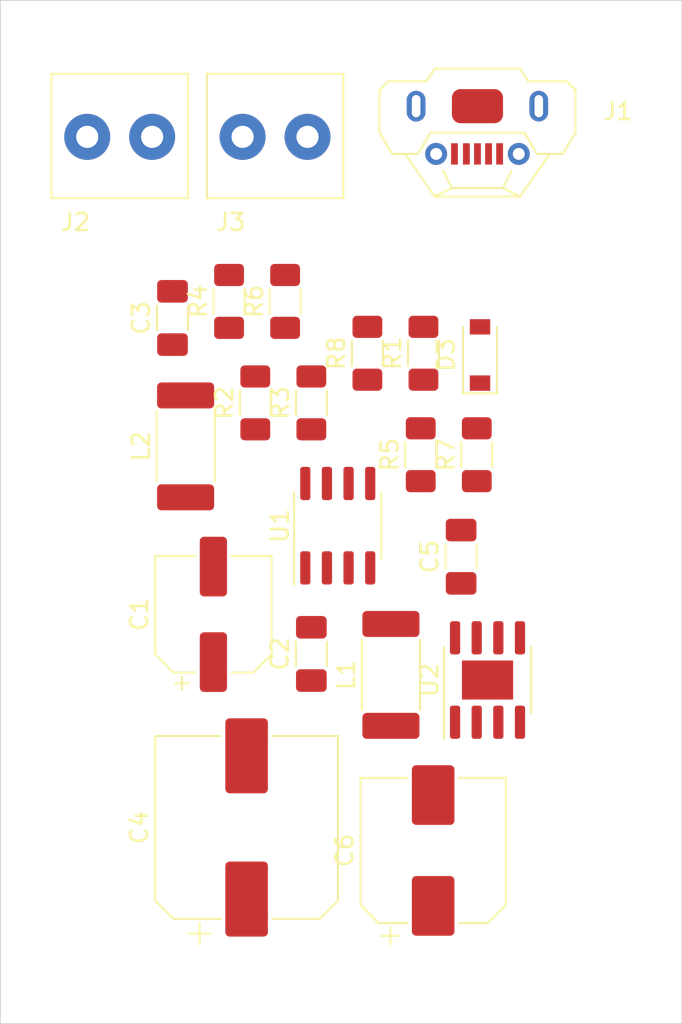
<source format=kicad_pcb>
(kicad_pcb (version 20171130) (host pcbnew "(5.1.7)-1")

  (general
    (thickness 1.6)
    (drawings 4)
    (tracks 0)
    (zones 0)
    (modules 22)
    (nets 21)
  )

  (page A4)
  (layers
    (0 F.Cu signal)
    (31 B.Cu signal)
    (32 B.Adhes user)
    (33 F.Adhes user)
    (34 B.Paste user)
    (35 F.Paste user)
    (36 B.SilkS user)
    (37 F.SilkS user)
    (38 B.Mask user)
    (39 F.Mask user)
    (40 Dwgs.User user)
    (41 Cmts.User user)
    (42 Eco1.User user)
    (43 Eco2.User user)
    (44 Edge.Cuts user)
    (45 Margin user)
    (46 B.CrtYd user)
    (47 F.CrtYd user)
    (48 B.Fab user)
    (49 F.Fab user)
  )

  (setup
    (last_trace_width 0.25)
    (trace_clearance 0.2)
    (zone_clearance 0.508)
    (zone_45_only no)
    (trace_min 0.2)
    (via_size 0.8)
    (via_drill 0.4)
    (via_min_size 0.4)
    (via_min_drill 0.3)
    (uvia_size 0.3)
    (uvia_drill 0.1)
    (uvias_allowed no)
    (uvia_min_size 0.2)
    (uvia_min_drill 0.1)
    (edge_width 0.05)
    (segment_width 0.2)
    (pcb_text_width 0.3)
    (pcb_text_size 1.5 1.5)
    (mod_edge_width 0.12)
    (mod_text_size 1 1)
    (mod_text_width 0.15)
    (pad_size 1.524 1.524)
    (pad_drill 0.762)
    (pad_to_mask_clearance 0)
    (aux_axis_origin 0 0)
    (visible_elements FEFBFF7F)
    (pcbplotparams
      (layerselection 0x010fc_ffffffff)
      (usegerberextensions false)
      (usegerberattributes true)
      (usegerberadvancedattributes true)
      (creategerberjobfile true)
      (excludeedgelayer true)
      (linewidth 0.100000)
      (plotframeref false)
      (viasonmask false)
      (mode 1)
      (useauxorigin false)
      (hpglpennumber 1)
      (hpglpenspeed 20)
      (hpglpendiameter 15.000000)
      (psnegative false)
      (psa4output false)
      (plotreference true)
      (plotvalue true)
      (plotinvisibletext false)
      (padsonsilk false)
      (subtractmaskfromsilk false)
      (outputformat 1)
      (mirror false)
      (drillshape 1)
      (scaleselection 1)
      (outputdirectory ""))
  )

  (net 0 "")
  (net 1 GND)
  (net 2 VCC)
  (net 3 +5V)
  (net 4 "Net-(C3-Pad1)")
  (net 5 "Net-(C4-Pad1)")
  (net 6 VBATT)
  (net 7 +12V)
  (net 8 "Net-(D3-Pad2)")
  (net 9 "Net-(L1-Pad1)")
  (net 10 "Net-(F2-Pad2)")
  (net 11 "Net-(D1-Pad2)")
  (net 12 "Net-(R4-Pad1)")
  (net 13 "Net-(R5-Pad2)")
  (net 14 "Net-(D2-Pad2)")
  (net 15 "Net-(R8-Pad2)")
  (net 16 "Net-(D2-Pad1)")
  (net 17 "Net-(D1-Pad1)")
  (net 18 "Net-(J1-Pad4)")
  (net 19 "Net-(J1-Pad3)")
  (net 20 "Net-(J1-Pad2)")

  (net_class Default "This is the default net class."
    (clearance 0.2)
    (trace_width 0.25)
    (via_dia 0.8)
    (via_drill 0.4)
    (uvia_dia 0.3)
    (uvia_drill 0.1)
    (add_net +12V)
    (add_net +5V)
    (add_net GND)
    (add_net "Net-(C3-Pad1)")
    (add_net "Net-(C4-Pad1)")
    (add_net "Net-(D1-Pad1)")
    (add_net "Net-(D1-Pad2)")
    (add_net "Net-(D2-Pad1)")
    (add_net "Net-(D2-Pad2)")
    (add_net "Net-(D3-Pad2)")
    (add_net "Net-(F2-Pad2)")
    (add_net "Net-(J1-Pad2)")
    (add_net "Net-(J1-Pad3)")
    (add_net "Net-(J1-Pad4)")
    (add_net "Net-(L1-Pad1)")
    (add_net "Net-(R4-Pad1)")
    (add_net "Net-(R5-Pad2)")
    (add_net "Net-(R8-Pad2)")
    (add_net VBATT)
    (add_net VCC)
  )

  (module Fume_Extractor:U-F-M5DD-Y-L (layer F.Cu) (tedit 60809BF2) (tstamp 60811E45)
    (at 28 9)
    (path /6080708D)
    (fp_text reference J1 (at 8.25 -2.5) (layer F.SilkS)
      (effects (font (size 1 1) (thickness 0.15)))
    )
    (fp_text value USB_B_Micro (at 0 -8) (layer F.Fab)
      (effects (font (size 1 1) (thickness 0.15)))
    )
    (fp_line (start -3.6 -1.95) (end -5 -1.95) (layer F.Mask) (width 0.12))
    (fp_poly (pts (xy -5 -3.65) (xy -3.6 -3.65) (xy -3.6 -1.95) (xy -5 -1.95)) (layer F.Mask) (width 0.1))
    (fp_line (start -5 -1.95) (end -5 -3.65) (layer F.Mask) (width 0.12))
    (fp_line (start -3.6 -3.65) (end -5 -3.65) (layer F.Mask) (width 0.12))
    (fp_poly (pts (xy 5 -1.95) (xy 3.6 -1.95) (xy 3.6 -3.65) (xy 5 -3.65)) (layer F.Mask) (width 0.1))
    (fp_line (start 5 -3.65) (end 5 -1.95) (layer F.Mask) (width 0.12))
    (fp_line (start 3.6 -1.95) (end 5 -1.95) (layer F.Mask) (width 0.12))
    (fp_line (start 3.6 -3.65) (end 5 -3.65) (layer F.Mask) (width 0.12))
    (fp_line (start -2.5 -5.45) (end 2.5 -5.45) (layer Dwgs.User) (width 0.12))
    (fp_poly (pts (xy -3.9 -1.9) (xy -5.05 -1.9) (xy -5.05 -3.7) (xy -3.9 -3.7)) (layer F.Paste) (width 0.1))
    (fp_poly (pts (xy 3.9 -3.65) (xy 5 -3.65) (xy 5 -1.9) (xy 3.9 -1.9)) (layer F.Paste) (width 0.1))
    (fp_line (start 3 -4.25) (end 5.25 -4.25) (layer F.SilkS) (width 0.12))
    (fp_line (start 5.25 -4.25) (end 5.75 -3.75) (layer F.SilkS) (width 0.12))
    (fp_line (start 5.75 -3.75) (end 5.75 -1.25) (layer F.SilkS) (width 0.12))
    (fp_line (start 5 0) (end 3.5 0) (layer F.SilkS) (width 0.12))
    (fp_line (start 5.75 -1.25) (end 5 0) (layer F.SilkS) (width 0.12))
    (fp_line (start 2.75 -1.25) (end 0 -1.25) (layer F.SilkS) (width 0.12))
    (fp_line (start 2.5 -5) (end 3 -4.25) (layer F.SilkS) (width 0.12))
    (fp_line (start 0 -5) (end 2.5 -5) (layer F.SilkS) (width 0.12))
    (fp_line (start 3.5 0) (end 2.75 -1.25) (layer F.SilkS) (width 0.12))
    (fp_line (start 0 -5) (end -2.5 -5) (layer F.SilkS) (width 0.12))
    (fp_line (start -2.5 -5) (end -3 -4.25) (layer F.SilkS) (width 0.12))
    (fp_line (start -3 -4.25) (end -5.25 -4.25) (layer F.SilkS) (width 0.12))
    (fp_line (start -5.25 -4.25) (end -5.75 -3.75) (layer F.SilkS) (width 0.12))
    (fp_line (start -5.75 -3.75) (end -5.75 -1.25) (layer F.SilkS) (width 0.12))
    (fp_line (start -5.75 -1.25) (end -5 0) (layer F.SilkS) (width 0.12))
    (fp_line (start -5 0) (end -3.5 0) (layer F.SilkS) (width 0.12))
    (fp_line (start -3.5 0) (end -2.75 -1.25) (layer F.SilkS) (width 0.12))
    (fp_line (start -2.75 -1.25) (end 0 -1.25) (layer F.SilkS) (width 0.12))
    (fp_line (start -4.25 0) (end -2.5 2.5) (layer F.SilkS) (width 0.12))
    (fp_line (start -2.5 2.5) (end 2.5 2.5) (layer F.SilkS) (width 0.12))
    (fp_line (start 2.5 2.5) (end 4.25 0) (layer F.SilkS) (width 0.12))
    (fp_line (start -2.5 2.5) (end -1.5 2) (layer F.SilkS) (width 0.12))
    (fp_line (start -1.5 2) (end 0 2) (layer F.SilkS) (width 0.12))
    (fp_line (start 0 2) (end 1.5 2) (layer F.SilkS) (width 0.12))
    (fp_line (start 1.5 2) (end 2.5 2.5) (layer F.SilkS) (width 0.12))
    (fp_line (start 1.5 2) (end 2 1) (layer F.SilkS) (width 0.12))
    (fp_line (start -1.5 2) (end -2 1) (layer F.SilkS) (width 0.12))
    (pad 6 thru_hole oval (at -3.6 -2.8) (size 1.1 1.8) (drill oval 0.5 1.3) (layers *.Cu *.Mask)
      (net 1 GND))
    (pad 6 smd roundrect (at 0 -2.8 180) (size 3 2) (layers F.Cu F.Paste F.Mask) (roundrect_rratio 0.25)
      (net 1 GND))
    (pad 5 smd rect (at -1.35 0) (size 0.4 1.25) (layers F.Cu F.Paste F.Mask)
      (net 1 GND))
    (pad 4 smd rect (at -0.65 0) (size 0.4 1.25) (layers F.Cu F.Paste F.Mask)
      (net 18 "Net-(J1-Pad4)"))
    (pad 3 smd rect (at 0 0) (size 0.4 1.25) (layers F.Cu F.Paste F.Mask)
      (net 19 "Net-(J1-Pad3)"))
    (pad 2 smd rect (at 0.65 0) (size 0.4 1.25) (layers F.Cu F.Paste F.Mask)
      (net 20 "Net-(J1-Pad2)"))
    (pad 1 smd rect (at 1.3 0) (size 0.4 1.25) (layers F.Cu F.Paste F.Mask)
      (net 3 +5V))
    (pad 6 thru_hole circle (at -2.425 0) (size 1.29 1.29) (drill 0.7) (layers *.Cu *.Mask)
      (net 1 GND))
    (pad 6 thru_hole circle (at 2.425 0 180) (size 1.29 1.29) (drill 0.7) (layers *.Cu *.Mask)
      (net 1 GND))
    (pad 6 thru_hole oval (at -3.6 -2.8) (size 1.1 1.8) (drill oval 0.5 1.3) (layers *.Cu *.Mask)
      (net 1 GND))
    (pad 6 thru_hole oval (at 3.6 -2.8 180) (size 1.1 1.8) (drill oval 0.5 1.3) (layers *.Cu *.Mask)
      (net 1 GND))
    (model "${KIPRJMOD}/Libraries/Footprints/Fume_Extractor.pretty/STEP Files/U-F-M5DD-Y-L.step"
      (offset (xyz 0 2.6 1.2))
      (scale (xyz 1 1 1))
      (rotate (xyz -90 0 180))
    )
  )

  (module Fume_Extractor:WJ124-3.81-2P (layer F.Cu) (tedit 60809C01) (tstamp 608129A4)
    (at 16.12 8)
    (path /608C122A)
    (fp_text reference J3 (at -2.6 5) (layer F.SilkS)
      (effects (font (size 1 1) (thickness 0.15)))
    )
    (fp_text value Conn_01x02 (at -1.1 -5.2) (layer F.Fab)
      (effects (font (size 1 1) (thickness 0.15)))
    )
    (fp_line (start 0 3.6) (end 4 3.6) (layer F.SilkS) (width 0.12))
    (fp_line (start 0 3.6) (end -4 3.6) (layer F.SilkS) (width 0.12))
    (fp_line (start 4 3.6) (end 4 -3.7) (layer F.SilkS) (width 0.12))
    (fp_line (start -4 3.6) (end -4 -3.7) (layer F.SilkS) (width 0.12))
    (fp_line (start -4 -3.7) (end 4 -3.7) (layer F.SilkS) (width 0.12))
    (pad 1 thru_hole circle (at -1.905 0) (size 2.7 2.7) (drill 1.3) (layers *.Cu *.Mask)
      (net 7 +12V))
    (pad 2 thru_hole circle (at 1.905 0 180) (size 2.7 2.7) (drill 1.3) (layers *.Cu *.Mask)
      (net 1 GND))
    (model "${KIPRJMOD}/Libraries/Footprints/Fume_Extractor.pretty/STEP Files/WJ124-3.81-2P.step"
      (at (xyz 0 0 0))
      (scale (xyz 1 1 1))
      (rotate (xyz 0 0 180))
    )
  )

  (module Fume_Extractor:WJ124-3.81-2P (layer F.Cu) (tedit 60809C01) (tstamp 60812999)
    (at 7 8)
    (path /608B1321)
    (fp_text reference J2 (at -2.6 5) (layer F.SilkS)
      (effects (font (size 1 1) (thickness 0.15)))
    )
    (fp_text value Conn_01x02 (at -1.1 -5.2) (layer F.Fab)
      (effects (font (size 1 1) (thickness 0.15)))
    )
    (fp_line (start 0 3.6) (end 4 3.6) (layer F.SilkS) (width 0.12))
    (fp_line (start 0 3.6) (end -4 3.6) (layer F.SilkS) (width 0.12))
    (fp_line (start 4 3.6) (end 4 -3.7) (layer F.SilkS) (width 0.12))
    (fp_line (start -4 3.6) (end -4 -3.7) (layer F.SilkS) (width 0.12))
    (fp_line (start -4 -3.7) (end 4 -3.7) (layer F.SilkS) (width 0.12))
    (pad 1 thru_hole circle (at -1.905 0) (size 2.7 2.7) (drill 1.3) (layers *.Cu *.Mask)
      (net 6 VBATT))
    (pad 2 thru_hole circle (at 1.905 0 180) (size 2.7 2.7) (drill 1.3) (layers *.Cu *.Mask)
      (net 1 GND))
    (model "${KIPRJMOD}/Libraries/Footprints/Fume_Extractor.pretty/STEP Files/WJ124-3.81-2P.step"
      (at (xyz 0 0 0))
      (scale (xyz 1 1 1))
      (rotate (xyz 0 0 180))
    )
  )

  (module Package_SO:SOIC-8-1EP_3.9x4.9mm_P1.27mm_EP2.29x3mm (layer F.Cu) (tedit 5DC5FE76) (tstamp 60812D67)
    (at 28.59 39.85 90)
    (descr "SOIC, 8 Pin (https://www.analog.com/media/en/technical-documentation/data-sheets/ada4898-1_4898-2.pdf#page=29), generated with kicad-footprint-generator ipc_gullwing_generator.py")
    (tags "SOIC SO")
    (path /608611EF)
    (attr smd)
    (fp_text reference U2 (at 0 -3.4 90) (layer F.SilkS)
      (effects (font (size 1 1) (thickness 0.15)))
    )
    (fp_text value TP4056 (at 0 3.4 90) (layer F.Fab)
      (effects (font (size 1 1) (thickness 0.15)))
    )
    (fp_text user %R (at 0 0 90) (layer F.Fab)
      (effects (font (size 0.98 0.98) (thickness 0.15)))
    )
    (fp_line (start 0 2.56) (end 1.95 2.56) (layer F.SilkS) (width 0.12))
    (fp_line (start 0 2.56) (end -1.95 2.56) (layer F.SilkS) (width 0.12))
    (fp_line (start 0 -2.56) (end 1.95 -2.56) (layer F.SilkS) (width 0.12))
    (fp_line (start 0 -2.56) (end -3.45 -2.56) (layer F.SilkS) (width 0.12))
    (fp_line (start -0.975 -2.45) (end 1.95 -2.45) (layer F.Fab) (width 0.1))
    (fp_line (start 1.95 -2.45) (end 1.95 2.45) (layer F.Fab) (width 0.1))
    (fp_line (start 1.95 2.45) (end -1.95 2.45) (layer F.Fab) (width 0.1))
    (fp_line (start -1.95 2.45) (end -1.95 -1.475) (layer F.Fab) (width 0.1))
    (fp_line (start -1.95 -1.475) (end -0.975 -2.45) (layer F.Fab) (width 0.1))
    (fp_line (start -3.7 -2.7) (end -3.7 2.7) (layer F.CrtYd) (width 0.05))
    (fp_line (start -3.7 2.7) (end 3.7 2.7) (layer F.CrtYd) (width 0.05))
    (fp_line (start 3.7 2.7) (end 3.7 -2.7) (layer F.CrtYd) (width 0.05))
    (fp_line (start 3.7 -2.7) (end -3.7 -2.7) (layer F.CrtYd) (width 0.05))
    (pad "" smd roundrect (at 0.57 0.75 90) (size 0.92 1.21) (layers F.Paste) (roundrect_rratio 0.25))
    (pad "" smd roundrect (at 0.57 -0.75 90) (size 0.92 1.21) (layers F.Paste) (roundrect_rratio 0.25))
    (pad "" smd roundrect (at -0.57 0.75 90) (size 0.92 1.21) (layers F.Paste) (roundrect_rratio 0.25))
    (pad "" smd roundrect (at -0.57 -0.75 90) (size 0.92 1.21) (layers F.Paste) (roundrect_rratio 0.25))
    (pad 9 smd rect (at 0 0 90) (size 2.29 3) (layers F.Cu F.Mask))
    (pad 8 smd roundrect (at 2.475 -1.905 90) (size 1.95 0.6) (layers F.Cu F.Paste F.Mask) (roundrect_rratio 0.25)
      (net 3 +5V))
    (pad 7 smd roundrect (at 2.475 -0.635 90) (size 1.95 0.6) (layers F.Cu F.Paste F.Mask) (roundrect_rratio 0.25)
      (net 16 "Net-(D2-Pad1)"))
    (pad 6 smd roundrect (at 2.475 0.635 90) (size 1.95 0.6) (layers F.Cu F.Paste F.Mask) (roundrect_rratio 0.25)
      (net 17 "Net-(D1-Pad1)"))
    (pad 5 smd roundrect (at 2.475 1.905 90) (size 1.95 0.6) (layers F.Cu F.Paste F.Mask) (roundrect_rratio 0.25)
      (net 6 VBATT))
    (pad 4 smd roundrect (at -2.475 1.905 90) (size 1.95 0.6) (layers F.Cu F.Paste F.Mask) (roundrect_rratio 0.25)
      (net 3 +5V))
    (pad 3 smd roundrect (at -2.475 0.635 90) (size 1.95 0.6) (layers F.Cu F.Paste F.Mask) (roundrect_rratio 0.25)
      (net 1 GND))
    (pad 2 smd roundrect (at -2.475 -0.635 90) (size 1.95 0.6) (layers F.Cu F.Paste F.Mask) (roundrect_rratio 0.25)
      (net 15 "Net-(R8-Pad2)"))
    (pad 1 smd roundrect (at -2.475 -1.905 90) (size 1.95 0.6) (layers F.Cu F.Paste F.Mask) (roundrect_rratio 0.25)
      (net 10 "Net-(F2-Pad2)"))
    (model ${KISYS3DMOD}/Package_SO.3dshapes/SOIC-8-1EP_3.9x4.9mm_P1.27mm_EP2.29x3mm.wrl
      (at (xyz 0 0 0))
      (scale (xyz 1 1 1))
      (rotate (xyz 0 0 0))
    )
  )

  (module Package_SO:SOIC-8_3.9x4.9mm_P1.27mm (layer F.Cu) (tedit 5D9F72B1) (tstamp 60812D17)
    (at 19.8 30.8 90)
    (descr "SOIC, 8 Pin (JEDEC MS-012AA, https://www.analog.com/media/en/package-pcb-resources/package/pkg_pdf/soic_narrow-r/r_8.pdf), generated with kicad-footprint-generator ipc_gullwing_generator.py")
    (tags "SOIC SO")
    (path /6080B4F8)
    (attr smd)
    (fp_text reference U1 (at 0 -3.4 90) (layer F.SilkS)
      (effects (font (size 1 1) (thickness 0.15)))
    )
    (fp_text value SP34063AEN (at 0 3.4 90) (layer F.Fab)
      (effects (font (size 1 1) (thickness 0.15)))
    )
    (fp_text user %R (at 0 0 90) (layer F.Fab)
      (effects (font (size 0.98 0.98) (thickness 0.15)))
    )
    (fp_line (start 0 2.56) (end 1.95 2.56) (layer F.SilkS) (width 0.12))
    (fp_line (start 0 2.56) (end -1.95 2.56) (layer F.SilkS) (width 0.12))
    (fp_line (start 0 -2.56) (end 1.95 -2.56) (layer F.SilkS) (width 0.12))
    (fp_line (start 0 -2.56) (end -3.45 -2.56) (layer F.SilkS) (width 0.12))
    (fp_line (start -0.975 -2.45) (end 1.95 -2.45) (layer F.Fab) (width 0.1))
    (fp_line (start 1.95 -2.45) (end 1.95 2.45) (layer F.Fab) (width 0.1))
    (fp_line (start 1.95 2.45) (end -1.95 2.45) (layer F.Fab) (width 0.1))
    (fp_line (start -1.95 2.45) (end -1.95 -1.475) (layer F.Fab) (width 0.1))
    (fp_line (start -1.95 -1.475) (end -0.975 -2.45) (layer F.Fab) (width 0.1))
    (fp_line (start -3.7 -2.7) (end -3.7 2.7) (layer F.CrtYd) (width 0.05))
    (fp_line (start -3.7 2.7) (end 3.7 2.7) (layer F.CrtYd) (width 0.05))
    (fp_line (start 3.7 2.7) (end 3.7 -2.7) (layer F.CrtYd) (width 0.05))
    (fp_line (start 3.7 -2.7) (end -3.7 -2.7) (layer F.CrtYd) (width 0.05))
    (pad 8 smd roundrect (at 2.475 -1.905 90) (size 1.95 0.6) (layers F.Cu F.Paste F.Mask) (roundrect_rratio 0.25)
      (net 12 "Net-(R4-Pad1)"))
    (pad 7 smd roundrect (at 2.475 -0.635 90) (size 1.95 0.6) (layers F.Cu F.Paste F.Mask) (roundrect_rratio 0.25)
      (net 9 "Net-(L1-Pad1)"))
    (pad 6 smd roundrect (at 2.475 0.635 90) (size 1.95 0.6) (layers F.Cu F.Paste F.Mask) (roundrect_rratio 0.25)
      (net 9 "Net-(L1-Pad1)"))
    (pad 5 smd roundrect (at 2.475 1.905 90) (size 1.95 0.6) (layers F.Cu F.Paste F.Mask) (roundrect_rratio 0.25)
      (net 13 "Net-(R5-Pad2)"))
    (pad 4 smd roundrect (at -2.475 1.905 90) (size 1.95 0.6) (layers F.Cu F.Paste F.Mask) (roundrect_rratio 0.25)
      (net 1 GND))
    (pad 3 smd roundrect (at -2.475 0.635 90) (size 1.95 0.6) (layers F.Cu F.Paste F.Mask) (roundrect_rratio 0.25)
      (net 4 "Net-(C3-Pad1)"))
    (pad 2 smd roundrect (at -2.475 -0.635 90) (size 1.95 0.6) (layers F.Cu F.Paste F.Mask) (roundrect_rratio 0.25)
      (net 1 GND))
    (pad 1 smd roundrect (at -2.475 -1.905 90) (size 1.95 0.6) (layers F.Cu F.Paste F.Mask) (roundrect_rratio 0.25)
      (net 8 "Net-(D3-Pad2)"))
    (model ${KISYS3DMOD}/Package_SO.3dshapes/SOIC-8_3.9x4.9mm_P1.27mm.wrl
      (at (xyz 0 0 0))
      (scale (xyz 1 1 1))
      (rotate (xyz 0 0 0))
    )
  )

  (module Resistor_SMD:R_1206_3216Metric_Pad1.30x1.75mm_HandSolder (layer F.Cu) (tedit 5F68FEEE) (tstamp 60812DE3)
    (at 21.54 20.69 90)
    (descr "Resistor SMD 1206 (3216 Metric), square (rectangular) end terminal, IPC_7351 nominal with elongated pad for handsoldering. (Body size source: IPC-SM-782 page 72, https://www.pcb-3d.com/wordpress/wp-content/uploads/ipc-sm-782a_amendment_1_and_2.pdf), generated with kicad-footprint-generator")
    (tags "resistor handsolder")
    (path /60866579)
    (attr smd)
    (fp_text reference R8 (at 0 -1.82 90) (layer F.SilkS)
      (effects (font (size 1 1) (thickness 0.15)))
    )
    (fp_text value RProg (at 0 1.82 90) (layer F.Fab)
      (effects (font (size 1 1) (thickness 0.15)))
    )
    (fp_text user %R (at 0 0 90) (layer F.Fab)
      (effects (font (size 0.8 0.8) (thickness 0.12)))
    )
    (fp_line (start -1.6 0.8) (end -1.6 -0.8) (layer F.Fab) (width 0.1))
    (fp_line (start -1.6 -0.8) (end 1.6 -0.8) (layer F.Fab) (width 0.1))
    (fp_line (start 1.6 -0.8) (end 1.6 0.8) (layer F.Fab) (width 0.1))
    (fp_line (start 1.6 0.8) (end -1.6 0.8) (layer F.Fab) (width 0.1))
    (fp_line (start -0.727064 -0.91) (end 0.727064 -0.91) (layer F.SilkS) (width 0.12))
    (fp_line (start -0.727064 0.91) (end 0.727064 0.91) (layer F.SilkS) (width 0.12))
    (fp_line (start -2.45 1.12) (end -2.45 -1.12) (layer F.CrtYd) (width 0.05))
    (fp_line (start -2.45 -1.12) (end 2.45 -1.12) (layer F.CrtYd) (width 0.05))
    (fp_line (start 2.45 -1.12) (end 2.45 1.12) (layer F.CrtYd) (width 0.05))
    (fp_line (start 2.45 1.12) (end -2.45 1.12) (layer F.CrtYd) (width 0.05))
    (pad 2 smd roundrect (at 1.55 0 90) (size 1.3 1.75) (layers F.Cu F.Paste F.Mask) (roundrect_rratio 0.192308)
      (net 15 "Net-(R8-Pad2)"))
    (pad 1 smd roundrect (at -1.55 0 90) (size 1.3 1.75) (layers F.Cu F.Paste F.Mask) (roundrect_rratio 0.192308)
      (net 1 GND))
    (model ${KISYS3DMOD}/Resistor_SMD.3dshapes/R_1206_3216Metric.wrl
      (at (xyz 0 0 0))
      (scale (xyz 1 1 1))
      (rotate (xyz 0 0 0))
    )
  )

  (module Resistor_SMD:R_1206_3216Metric_Pad1.30x1.75mm_HandSolder (layer F.Cu) (tedit 5F68FEEE) (tstamp 60812E88)
    (at 27.96 26.64 90)
    (descr "Resistor SMD 1206 (3216 Metric), square (rectangular) end terminal, IPC_7351 nominal with elongated pad for handsoldering. (Body size source: IPC-SM-782 page 72, https://www.pcb-3d.com/wordpress/wp-content/uploads/ipc-sm-782a_amendment_1_and_2.pdf), generated with kicad-footprint-generator")
    (tags "resistor handsolder")
    (path /608288FD)
    (attr smd)
    (fp_text reference R7 (at 0 -1.82 90) (layer F.SilkS)
      (effects (font (size 1 1) (thickness 0.15)))
    )
    (fp_text value R1 (at 0 1.82 90) (layer F.Fab)
      (effects (font (size 1 1) (thickness 0.15)))
    )
    (fp_text user %R (at 0 0 90) (layer F.Fab)
      (effects (font (size 0.8 0.8) (thickness 0.12)))
    )
    (fp_line (start -1.6 0.8) (end -1.6 -0.8) (layer F.Fab) (width 0.1))
    (fp_line (start -1.6 -0.8) (end 1.6 -0.8) (layer F.Fab) (width 0.1))
    (fp_line (start 1.6 -0.8) (end 1.6 0.8) (layer F.Fab) (width 0.1))
    (fp_line (start 1.6 0.8) (end -1.6 0.8) (layer F.Fab) (width 0.1))
    (fp_line (start -0.727064 -0.91) (end 0.727064 -0.91) (layer F.SilkS) (width 0.12))
    (fp_line (start -0.727064 0.91) (end 0.727064 0.91) (layer F.SilkS) (width 0.12))
    (fp_line (start -2.45 1.12) (end -2.45 -1.12) (layer F.CrtYd) (width 0.05))
    (fp_line (start -2.45 -1.12) (end 2.45 -1.12) (layer F.CrtYd) (width 0.05))
    (fp_line (start 2.45 -1.12) (end 2.45 1.12) (layer F.CrtYd) (width 0.05))
    (fp_line (start 2.45 1.12) (end -2.45 1.12) (layer F.CrtYd) (width 0.05))
    (pad 2 smd roundrect (at 1.55 0 90) (size 1.3 1.75) (layers F.Cu F.Paste F.Mask) (roundrect_rratio 0.192308)
      (net 13 "Net-(R5-Pad2)"))
    (pad 1 smd roundrect (at -1.55 0 90) (size 1.3 1.75) (layers F.Cu F.Paste F.Mask) (roundrect_rratio 0.192308)
      (net 5 "Net-(C4-Pad1)"))
    (model ${KISYS3DMOD}/Resistor_SMD.3dshapes/R_1206_3216Metric.wrl
      (at (xyz 0 0 0))
      (scale (xyz 1 1 1))
      (rotate (xyz 0 0 0))
    )
  )

  (module Resistor_SMD:R_1206_3216Metric_Pad1.30x1.75mm_HandSolder (layer F.Cu) (tedit 5F68FEEE) (tstamp 60812EB8)
    (at 16.71 17.65 90)
    (descr "Resistor SMD 1206 (3216 Metric), square (rectangular) end terminal, IPC_7351 nominal with elongated pad for handsoldering. (Body size source: IPC-SM-782 page 72, https://www.pcb-3d.com/wordpress/wp-content/uploads/ipc-sm-782a_amendment_1_and_2.pdf), generated with kicad-footprint-generator")
    (tags "resistor handsolder")
    (path /60874FC8)
    (attr smd)
    (fp_text reference R6 (at 0 -1.82 90) (layer F.SilkS)
      (effects (font (size 1 1) (thickness 0.15)))
    )
    (fp_text value 10k (at 0 1.82 90) (layer F.Fab)
      (effects (font (size 1 1) (thickness 0.15)))
    )
    (fp_text user %R (at 0 0 90) (layer F.Fab)
      (effects (font (size 0.8 0.8) (thickness 0.12)))
    )
    (fp_line (start -1.6 0.8) (end -1.6 -0.8) (layer F.Fab) (width 0.1))
    (fp_line (start -1.6 -0.8) (end 1.6 -0.8) (layer F.Fab) (width 0.1))
    (fp_line (start 1.6 -0.8) (end 1.6 0.8) (layer F.Fab) (width 0.1))
    (fp_line (start 1.6 0.8) (end -1.6 0.8) (layer F.Fab) (width 0.1))
    (fp_line (start -0.727064 -0.91) (end 0.727064 -0.91) (layer F.SilkS) (width 0.12))
    (fp_line (start -0.727064 0.91) (end 0.727064 0.91) (layer F.SilkS) (width 0.12))
    (fp_line (start -2.45 1.12) (end -2.45 -1.12) (layer F.CrtYd) (width 0.05))
    (fp_line (start -2.45 -1.12) (end 2.45 -1.12) (layer F.CrtYd) (width 0.05))
    (fp_line (start 2.45 -1.12) (end 2.45 1.12) (layer F.CrtYd) (width 0.05))
    (fp_line (start 2.45 1.12) (end -2.45 1.12) (layer F.CrtYd) (width 0.05))
    (pad 2 smd roundrect (at 1.55 0 90) (size 1.3 1.75) (layers F.Cu F.Paste F.Mask) (roundrect_rratio 0.192308)
      (net 3 +5V))
    (pad 1 smd roundrect (at -1.55 0 90) (size 1.3 1.75) (layers F.Cu F.Paste F.Mask) (roundrect_rratio 0.192308)
      (net 14 "Net-(D2-Pad2)"))
    (model ${KISYS3DMOD}/Resistor_SMD.3dshapes/R_1206_3216Metric.wrl
      (at (xyz 0 0 0))
      (scale (xyz 1 1 1))
      (rotate (xyz 0 0 0))
    )
  )

  (module Resistor_SMD:R_1206_3216Metric_Pad1.30x1.75mm_HandSolder (layer F.Cu) (tedit 5F68FEEE) (tstamp 60812EE8)
    (at 24.67 26.64 90)
    (descr "Resistor SMD 1206 (3216 Metric), square (rectangular) end terminal, IPC_7351 nominal with elongated pad for handsoldering. (Body size source: IPC-SM-782 page 72, https://www.pcb-3d.com/wordpress/wp-content/uploads/ipc-sm-782a_amendment_1_and_2.pdf), generated with kicad-footprint-generator")
    (tags "resistor handsolder")
    (path /6080F3F1)
    (attr smd)
    (fp_text reference R5 (at 0 -1.82 90) (layer F.SilkS)
      (effects (font (size 1 1) (thickness 0.15)))
    )
    (fp_text value R2 (at 0 1.82 90) (layer F.Fab)
      (effects (font (size 1 1) (thickness 0.15)))
    )
    (fp_text user %R (at 0 0 90) (layer F.Fab)
      (effects (font (size 0.8 0.8) (thickness 0.12)))
    )
    (fp_line (start -1.6 0.8) (end -1.6 -0.8) (layer F.Fab) (width 0.1))
    (fp_line (start -1.6 -0.8) (end 1.6 -0.8) (layer F.Fab) (width 0.1))
    (fp_line (start 1.6 -0.8) (end 1.6 0.8) (layer F.Fab) (width 0.1))
    (fp_line (start 1.6 0.8) (end -1.6 0.8) (layer F.Fab) (width 0.1))
    (fp_line (start -0.727064 -0.91) (end 0.727064 -0.91) (layer F.SilkS) (width 0.12))
    (fp_line (start -0.727064 0.91) (end 0.727064 0.91) (layer F.SilkS) (width 0.12))
    (fp_line (start -2.45 1.12) (end -2.45 -1.12) (layer F.CrtYd) (width 0.05))
    (fp_line (start -2.45 -1.12) (end 2.45 -1.12) (layer F.CrtYd) (width 0.05))
    (fp_line (start 2.45 -1.12) (end 2.45 1.12) (layer F.CrtYd) (width 0.05))
    (fp_line (start 2.45 1.12) (end -2.45 1.12) (layer F.CrtYd) (width 0.05))
    (pad 2 smd roundrect (at 1.55 0 90) (size 1.3 1.75) (layers F.Cu F.Paste F.Mask) (roundrect_rratio 0.192308)
      (net 13 "Net-(R5-Pad2)"))
    (pad 1 smd roundrect (at -1.55 0 90) (size 1.3 1.75) (layers F.Cu F.Paste F.Mask) (roundrect_rratio 0.192308)
      (net 1 GND))
    (model ${KISYS3DMOD}/Resistor_SMD.3dshapes/R_1206_3216Metric.wrl
      (at (xyz 0 0 0))
      (scale (xyz 1 1 1))
      (rotate (xyz 0 0 0))
    )
  )

  (module Resistor_SMD:R_1206_3216Metric_Pad1.30x1.75mm_HandSolder (layer F.Cu) (tedit 5F68FEEE) (tstamp 60812F18)
    (at 13.42 17.65 90)
    (descr "Resistor SMD 1206 (3216 Metric), square (rectangular) end terminal, IPC_7351 nominal with elongated pad for handsoldering. (Body size source: IPC-SM-782 page 72, https://www.pcb-3d.com/wordpress/wp-content/uploads/ipc-sm-782a_amendment_1_and_2.pdf), generated with kicad-footprint-generator")
    (tags "resistor handsolder")
    (path /6080C2D4)
    (attr smd)
    (fp_text reference R4 (at 0 -1.82 90) (layer F.SilkS)
      (effects (font (size 1 1) (thickness 0.15)))
    )
    (fp_text value 180R (at 0 1.82 90) (layer F.Fab)
      (effects (font (size 1 1) (thickness 0.15)))
    )
    (fp_text user %R (at 0 0 90) (layer F.Fab)
      (effects (font (size 0.8 0.8) (thickness 0.12)))
    )
    (fp_line (start -1.6 0.8) (end -1.6 -0.8) (layer F.Fab) (width 0.1))
    (fp_line (start -1.6 -0.8) (end 1.6 -0.8) (layer F.Fab) (width 0.1))
    (fp_line (start 1.6 -0.8) (end 1.6 0.8) (layer F.Fab) (width 0.1))
    (fp_line (start 1.6 0.8) (end -1.6 0.8) (layer F.Fab) (width 0.1))
    (fp_line (start -0.727064 -0.91) (end 0.727064 -0.91) (layer F.SilkS) (width 0.12))
    (fp_line (start -0.727064 0.91) (end 0.727064 0.91) (layer F.SilkS) (width 0.12))
    (fp_line (start -2.45 1.12) (end -2.45 -1.12) (layer F.CrtYd) (width 0.05))
    (fp_line (start -2.45 -1.12) (end 2.45 -1.12) (layer F.CrtYd) (width 0.05))
    (fp_line (start 2.45 -1.12) (end 2.45 1.12) (layer F.CrtYd) (width 0.05))
    (fp_line (start 2.45 1.12) (end -2.45 1.12) (layer F.CrtYd) (width 0.05))
    (pad 2 smd roundrect (at 1.55 0 90) (size 1.3 1.75) (layers F.Cu F.Paste F.Mask) (roundrect_rratio 0.192308)
      (net 9 "Net-(L1-Pad1)"))
    (pad 1 smd roundrect (at -1.55 0 90) (size 1.3 1.75) (layers F.Cu F.Paste F.Mask) (roundrect_rratio 0.192308)
      (net 12 "Net-(R4-Pad1)"))
    (model ${KISYS3DMOD}/Resistor_SMD.3dshapes/R_1206_3216Metric.wrl
      (at (xyz 0 0 0))
      (scale (xyz 1 1 1))
      (rotate (xyz 0 0 0))
    )
  )

  (module Resistor_SMD:R_1206_3216Metric_Pad1.30x1.75mm_HandSolder (layer F.Cu) (tedit 5F68FEEE) (tstamp 60812F48)
    (at 18.25 23.6 90)
    (descr "Resistor SMD 1206 (3216 Metric), square (rectangular) end terminal, IPC_7351 nominal with elongated pad for handsoldering. (Body size source: IPC-SM-782 page 72, https://www.pcb-3d.com/wordpress/wp-content/uploads/ipc-sm-782a_amendment_1_and_2.pdf), generated with kicad-footprint-generator")
    (tags "resistor handsolder")
    (path /60875424)
    (attr smd)
    (fp_text reference R3 (at 0 -1.82 90) (layer F.SilkS)
      (effects (font (size 1 1) (thickness 0.15)))
    )
    (fp_text value 10k (at 0 1.82 90) (layer F.Fab)
      (effects (font (size 1 1) (thickness 0.15)))
    )
    (fp_text user %R (at 0 0 90) (layer F.Fab)
      (effects (font (size 0.8 0.8) (thickness 0.12)))
    )
    (fp_line (start -1.6 0.8) (end -1.6 -0.8) (layer F.Fab) (width 0.1))
    (fp_line (start -1.6 -0.8) (end 1.6 -0.8) (layer F.Fab) (width 0.1))
    (fp_line (start 1.6 -0.8) (end 1.6 0.8) (layer F.Fab) (width 0.1))
    (fp_line (start 1.6 0.8) (end -1.6 0.8) (layer F.Fab) (width 0.1))
    (fp_line (start -0.727064 -0.91) (end 0.727064 -0.91) (layer F.SilkS) (width 0.12))
    (fp_line (start -0.727064 0.91) (end 0.727064 0.91) (layer F.SilkS) (width 0.12))
    (fp_line (start -2.45 1.12) (end -2.45 -1.12) (layer F.CrtYd) (width 0.05))
    (fp_line (start -2.45 -1.12) (end 2.45 -1.12) (layer F.CrtYd) (width 0.05))
    (fp_line (start 2.45 -1.12) (end 2.45 1.12) (layer F.CrtYd) (width 0.05))
    (fp_line (start 2.45 1.12) (end -2.45 1.12) (layer F.CrtYd) (width 0.05))
    (pad 2 smd roundrect (at 1.55 0 90) (size 1.3 1.75) (layers F.Cu F.Paste F.Mask) (roundrect_rratio 0.192308)
      (net 3 +5V))
    (pad 1 smd roundrect (at -1.55 0 90) (size 1.3 1.75) (layers F.Cu F.Paste F.Mask) (roundrect_rratio 0.192308)
      (net 11 "Net-(D1-Pad2)"))
    (model ${KISYS3DMOD}/Resistor_SMD.3dshapes/R_1206_3216Metric.wrl
      (at (xyz 0 0 0))
      (scale (xyz 1 1 1))
      (rotate (xyz 0 0 0))
    )
  )

  (module Resistor_SMD:R_1206_3216Metric_Pad1.30x1.75mm_HandSolder (layer F.Cu) (tedit 5F68FEEE) (tstamp 60812FED)
    (at 14.96 23.6 90)
    (descr "Resistor SMD 1206 (3216 Metric), square (rectangular) end terminal, IPC_7351 nominal with elongated pad for handsoldering. (Body size source: IPC-SM-782 page 72, https://www.pcb-3d.com/wordpress/wp-content/uploads/ipc-sm-782a_amendment_1_and_2.pdf), generated with kicad-footprint-generator")
    (tags "resistor handsolder")
    (path /60840782)
    (attr smd)
    (fp_text reference R2 (at 0 -1.82 90) (layer F.SilkS)
      (effects (font (size 1 1) (thickness 0.15)))
    )
    (fp_text value R2 (at 0 1.82 90) (layer F.Fab)
      (effects (font (size 1 1) (thickness 0.15)))
    )
    (fp_text user %R (at 0 0 90) (layer F.Fab)
      (effects (font (size 0.8 0.8) (thickness 0.12)))
    )
    (fp_line (start -1.6 0.8) (end -1.6 -0.8) (layer F.Fab) (width 0.1))
    (fp_line (start -1.6 -0.8) (end 1.6 -0.8) (layer F.Fab) (width 0.1))
    (fp_line (start 1.6 -0.8) (end 1.6 0.8) (layer F.Fab) (width 0.1))
    (fp_line (start 1.6 0.8) (end -1.6 0.8) (layer F.Fab) (width 0.1))
    (fp_line (start -0.727064 -0.91) (end 0.727064 -0.91) (layer F.SilkS) (width 0.12))
    (fp_line (start -0.727064 0.91) (end 0.727064 0.91) (layer F.SilkS) (width 0.12))
    (fp_line (start -2.45 1.12) (end -2.45 -1.12) (layer F.CrtYd) (width 0.05))
    (fp_line (start -2.45 -1.12) (end 2.45 -1.12) (layer F.CrtYd) (width 0.05))
    (fp_line (start 2.45 -1.12) (end 2.45 1.12) (layer F.CrtYd) (width 0.05))
    (fp_line (start 2.45 1.12) (end -2.45 1.12) (layer F.CrtYd) (width 0.05))
    (pad 2 smd roundrect (at 1.55 0 90) (size 1.3 1.75) (layers F.Cu F.Paste F.Mask) (roundrect_rratio 0.192308)
      (net 2 VCC))
    (pad 1 smd roundrect (at -1.55 0 90) (size 1.3 1.75) (layers F.Cu F.Paste F.Mask) (roundrect_rratio 0.192308)
      (net 9 "Net-(L1-Pad1)"))
    (model ${KISYS3DMOD}/Resistor_SMD.3dshapes/R_1206_3216Metric.wrl
      (at (xyz 0 0 0))
      (scale (xyz 1 1 1))
      (rotate (xyz 0 0 0))
    )
  )

  (module Resistor_SMD:R_1206_3216Metric_Pad1.30x1.75mm_HandSolder (layer F.Cu) (tedit 5F68FEEE) (tstamp 60812DB3)
    (at 24.83 20.69 90)
    (descr "Resistor SMD 1206 (3216 Metric), square (rectangular) end terminal, IPC_7351 nominal with elongated pad for handsoldering. (Body size source: IPC-SM-782 page 72, https://www.pcb-3d.com/wordpress/wp-content/uploads/ipc-sm-782a_amendment_1_and_2.pdf), generated with kicad-footprint-generator")
    (tags "resistor handsolder")
    (path /6088F66C)
    (attr smd)
    (fp_text reference R1 (at 0 -1.82 90) (layer F.SilkS)
      (effects (font (size 1 1) (thickness 0.15)))
    )
    (fp_text value R1 (at 0 1.82 90) (layer F.Fab)
      (effects (font (size 1 1) (thickness 0.15)))
    )
    (fp_text user %R (at 0 0 90) (layer F.Fab)
      (effects (font (size 0.8 0.8) (thickness 0.12)))
    )
    (fp_line (start -1.6 0.8) (end -1.6 -0.8) (layer F.Fab) (width 0.1))
    (fp_line (start -1.6 -0.8) (end 1.6 -0.8) (layer F.Fab) (width 0.1))
    (fp_line (start 1.6 -0.8) (end 1.6 0.8) (layer F.Fab) (width 0.1))
    (fp_line (start 1.6 0.8) (end -1.6 0.8) (layer F.Fab) (width 0.1))
    (fp_line (start -0.727064 -0.91) (end 0.727064 -0.91) (layer F.SilkS) (width 0.12))
    (fp_line (start -0.727064 0.91) (end 0.727064 0.91) (layer F.SilkS) (width 0.12))
    (fp_line (start -2.45 1.12) (end -2.45 -1.12) (layer F.CrtYd) (width 0.05))
    (fp_line (start -2.45 -1.12) (end 2.45 -1.12) (layer F.CrtYd) (width 0.05))
    (fp_line (start 2.45 -1.12) (end 2.45 1.12) (layer F.CrtYd) (width 0.05))
    (fp_line (start 2.45 1.12) (end -2.45 1.12) (layer F.CrtYd) (width 0.05))
    (pad 2 smd roundrect (at 1.55 0 90) (size 1.3 1.75) (layers F.Cu F.Paste F.Mask) (roundrect_rratio 0.192308)
      (net 3 +5V))
    (pad 1 smd roundrect (at -1.55 0 90) (size 1.3 1.75) (layers F.Cu F.Paste F.Mask) (roundrect_rratio 0.192308)
      (net 10 "Net-(F2-Pad2)"))
    (model ${KISYS3DMOD}/Resistor_SMD.3dshapes/R_1206_3216Metric.wrl
      (at (xyz 0 0 0))
      (scale (xyz 1 1 1))
      (rotate (xyz 0 0 0))
    )
  )

  (module Inductor_SMD:L_2512_6332Metric_Pad1.52x3.35mm_HandSolder (layer F.Cu) (tedit 5F68FEF0) (tstamp 6081301D)
    (at 10.87 26.15 90)
    (descr "Inductor SMD 2512 (6332 Metric), square (rectangular) end terminal, IPC_7351 nominal with elongated pad for handsoldering. (Body size source: http://www.tortai-tech.com/upload/download/2011102023233369053.pdf), generated with kicad-footprint-generator")
    (tags "inductor handsolder")
    (path /60817552)
    (attr smd)
    (fp_text reference L2 (at 0 -2.62 90) (layer F.SilkS)
      (effects (font (size 1 1) (thickness 0.15)))
    )
    (fp_text value "1uH ±20% 3.29A 59mΩ SMD,2.5x2x1.2mm" (at 0 2.62 90) (layer F.Fab)
      (effects (font (size 1 1) (thickness 0.15)))
    )
    (fp_text user %R (at 0 0 90) (layer F.Fab)
      (effects (font (size 1 1) (thickness 0.15)))
    )
    (fp_line (start -3.15 1.6) (end -3.15 -1.6) (layer F.Fab) (width 0.1))
    (fp_line (start -3.15 -1.6) (end 3.15 -1.6) (layer F.Fab) (width 0.1))
    (fp_line (start 3.15 -1.6) (end 3.15 1.6) (layer F.Fab) (width 0.1))
    (fp_line (start 3.15 1.6) (end -3.15 1.6) (layer F.Fab) (width 0.1))
    (fp_line (start -2.052064 -1.71) (end 2.052064 -1.71) (layer F.SilkS) (width 0.12))
    (fp_line (start -2.052064 1.71) (end 2.052064 1.71) (layer F.SilkS) (width 0.12))
    (fp_line (start -4 1.92) (end -4 -1.92) (layer F.CrtYd) (width 0.05))
    (fp_line (start -4 -1.92) (end 4 -1.92) (layer F.CrtYd) (width 0.05))
    (fp_line (start 4 -1.92) (end 4 1.92) (layer F.CrtYd) (width 0.05))
    (fp_line (start 4 1.92) (end -4 1.92) (layer F.CrtYd) (width 0.05))
    (pad 2 smd roundrect (at 2.9875 0 90) (size 1.525 3.35) (layers F.Cu F.Paste F.Mask) (roundrect_rratio 0.163934)
      (net 7 +12V))
    (pad 1 smd roundrect (at -2.9875 0 90) (size 1.525 3.35) (layers F.Cu F.Paste F.Mask) (roundrect_rratio 0.163934)
      (net 5 "Net-(C4-Pad1)"))
    (model ${KISYS3DMOD}/Inductor_SMD.3dshapes/L_2512_6332Metric.wrl
      (at (xyz 0 0 0))
      (scale (xyz 1 1 1))
      (rotate (xyz 0 0 0))
    )
  )

  (module Inductor_SMD:L_2512_6332Metric_Pad1.52x3.35mm_HandSolder (layer F.Cu) (tedit 5F68FEF0) (tstamp 6081304D)
    (at 22.92 39.55 90)
    (descr "Inductor SMD 2512 (6332 Metric), square (rectangular) end terminal, IPC_7351 nominal with elongated pad for handsoldering. (Body size source: http://www.tortai-tech.com/upload/download/2011102023233369053.pdf), generated with kicad-footprint-generator")
    (tags "inductor handsolder")
    (path /60838089)
    (attr smd)
    (fp_text reference L1 (at 0 -2.62 90) (layer F.SilkS)
      (effects (font (size 1 1) (thickness 0.15)))
    )
    (fp_text value "150uH ±10% 6*8 Radial Inductor" (at 0 2.62 90) (layer F.Fab)
      (effects (font (size 1 1) (thickness 0.15)))
    )
    (fp_text user %R (at 0 0 90) (layer F.Fab)
      (effects (font (size 1 1) (thickness 0.15)))
    )
    (fp_line (start -3.15 1.6) (end -3.15 -1.6) (layer F.Fab) (width 0.1))
    (fp_line (start -3.15 -1.6) (end 3.15 -1.6) (layer F.Fab) (width 0.1))
    (fp_line (start 3.15 -1.6) (end 3.15 1.6) (layer F.Fab) (width 0.1))
    (fp_line (start 3.15 1.6) (end -3.15 1.6) (layer F.Fab) (width 0.1))
    (fp_line (start -2.052064 -1.71) (end 2.052064 -1.71) (layer F.SilkS) (width 0.12))
    (fp_line (start -2.052064 1.71) (end 2.052064 1.71) (layer F.SilkS) (width 0.12))
    (fp_line (start -4 1.92) (end -4 -1.92) (layer F.CrtYd) (width 0.05))
    (fp_line (start -4 -1.92) (end 4 -1.92) (layer F.CrtYd) (width 0.05))
    (fp_line (start 4 -1.92) (end 4 1.92) (layer F.CrtYd) (width 0.05))
    (fp_line (start 4 1.92) (end -4 1.92) (layer F.CrtYd) (width 0.05))
    (pad 2 smd roundrect (at 2.9875 0 90) (size 1.525 3.35) (layers F.Cu F.Paste F.Mask) (roundrect_rratio 0.163934)
      (net 8 "Net-(D3-Pad2)"))
    (pad 1 smd roundrect (at -2.9875 0 90) (size 1.525 3.35) (layers F.Cu F.Paste F.Mask) (roundrect_rratio 0.163934)
      (net 9 "Net-(L1-Pad1)"))
    (model ${KISYS3DMOD}/Inductor_SMD.3dshapes/L_2512_6332Metric.wrl
      (at (xyz 0 0 0))
      (scale (xyz 1 1 1))
      (rotate (xyz 0 0 0))
    )
  )

  (module Diode_SMD:D_SOD-123 (layer F.Cu) (tedit 58645DC7) (tstamp 60813085)
    (at 28.15 20.79 90)
    (descr SOD-123)
    (tags SOD-123)
    (path /60813EF2)
    (attr smd)
    (fp_text reference D3 (at 0 -2 90) (layer F.SilkS)
      (effects (font (size 1 1) (thickness 0.15)))
    )
    (fp_text value "40V 1A 450mV @ 1A" (at 0 2.1 90) (layer F.Fab)
      (effects (font (size 1 1) (thickness 0.15)))
    )
    (fp_text user %R (at 0 -2 90) (layer F.Fab)
      (effects (font (size 1 1) (thickness 0.15)))
    )
    (fp_line (start -2.25 -1) (end -2.25 1) (layer F.SilkS) (width 0.12))
    (fp_line (start 0.25 0) (end 0.75 0) (layer F.Fab) (width 0.1))
    (fp_line (start 0.25 0.4) (end -0.35 0) (layer F.Fab) (width 0.1))
    (fp_line (start 0.25 -0.4) (end 0.25 0.4) (layer F.Fab) (width 0.1))
    (fp_line (start -0.35 0) (end 0.25 -0.4) (layer F.Fab) (width 0.1))
    (fp_line (start -0.35 0) (end -0.35 0.55) (layer F.Fab) (width 0.1))
    (fp_line (start -0.35 0) (end -0.35 -0.55) (layer F.Fab) (width 0.1))
    (fp_line (start -0.75 0) (end -0.35 0) (layer F.Fab) (width 0.1))
    (fp_line (start -1.4 0.9) (end -1.4 -0.9) (layer F.Fab) (width 0.1))
    (fp_line (start 1.4 0.9) (end -1.4 0.9) (layer F.Fab) (width 0.1))
    (fp_line (start 1.4 -0.9) (end 1.4 0.9) (layer F.Fab) (width 0.1))
    (fp_line (start -1.4 -0.9) (end 1.4 -0.9) (layer F.Fab) (width 0.1))
    (fp_line (start -2.35 -1.15) (end 2.35 -1.15) (layer F.CrtYd) (width 0.05))
    (fp_line (start 2.35 -1.15) (end 2.35 1.15) (layer F.CrtYd) (width 0.05))
    (fp_line (start 2.35 1.15) (end -2.35 1.15) (layer F.CrtYd) (width 0.05))
    (fp_line (start -2.35 -1.15) (end -2.35 1.15) (layer F.CrtYd) (width 0.05))
    (fp_line (start -2.25 1) (end 1.65 1) (layer F.SilkS) (width 0.12))
    (fp_line (start -2.25 -1) (end 1.65 -1) (layer F.SilkS) (width 0.12))
    (pad 2 smd rect (at 1.65 0 90) (size 0.9 1.2) (layers F.Cu F.Paste F.Mask)
      (net 8 "Net-(D3-Pad2)"))
    (pad 1 smd rect (at -1.65 0 90) (size 0.9 1.2) (layers F.Cu F.Paste F.Mask)
      (net 5 "Net-(C4-Pad1)"))
    (model ${KISYS3DMOD}/Diode_SMD.3dshapes/D_SOD-123.wrl
      (at (xyz 0 0 0))
      (scale (xyz 1 1 1))
      (rotate (xyz 0 0 0))
    )
  )

  (module Capacitor_SMD:CP_Elec_8x10 (layer F.Cu) (tedit 5BCA39D0) (tstamp 60812F8F)
    (at 25.4 49.845 90)
    (descr "SMD capacitor, aluminum electrolytic, Nichicon, 8.0x10mm")
    (tags "capacitor electrolytic")
    (path /60818C09)
    (attr smd)
    (fp_text reference C6 (at 0 -5.2 90) (layer F.SilkS)
      (effects (font (size 1 1) (thickness 0.15)))
    )
    (fp_text value "100uF ±20% 50V" (at 0 5.2 90) (layer F.Fab)
      (effects (font (size 1 1) (thickness 0.15)))
    )
    (fp_text user %R (at 0 0 90) (layer F.Fab)
      (effects (font (size 1 1) (thickness 0.15)))
    )
    (fp_circle (center 0 0) (end 4 0) (layer F.Fab) (width 0.1))
    (fp_line (start 4.15 -4.15) (end 4.15 4.15) (layer F.Fab) (width 0.1))
    (fp_line (start -3.15 -4.15) (end 4.15 -4.15) (layer F.Fab) (width 0.1))
    (fp_line (start -3.15 4.15) (end 4.15 4.15) (layer F.Fab) (width 0.1))
    (fp_line (start -4.15 -3.15) (end -4.15 3.15) (layer F.Fab) (width 0.1))
    (fp_line (start -4.15 -3.15) (end -3.15 -4.15) (layer F.Fab) (width 0.1))
    (fp_line (start -4.15 3.15) (end -3.15 4.15) (layer F.Fab) (width 0.1))
    (fp_line (start -3.562278 -1.5) (end -2.762278 -1.5) (layer F.Fab) (width 0.1))
    (fp_line (start -3.162278 -1.9) (end -3.162278 -1.1) (layer F.Fab) (width 0.1))
    (fp_line (start 4.26 4.26) (end 4.26 1.51) (layer F.SilkS) (width 0.12))
    (fp_line (start 4.26 -4.26) (end 4.26 -1.51) (layer F.SilkS) (width 0.12))
    (fp_line (start -3.195563 -4.26) (end 4.26 -4.26) (layer F.SilkS) (width 0.12))
    (fp_line (start -3.195563 4.26) (end 4.26 4.26) (layer F.SilkS) (width 0.12))
    (fp_line (start -4.26 3.195563) (end -4.26 1.51) (layer F.SilkS) (width 0.12))
    (fp_line (start -4.26 -3.195563) (end -4.26 -1.51) (layer F.SilkS) (width 0.12))
    (fp_line (start -4.26 -3.195563) (end -3.195563 -4.26) (layer F.SilkS) (width 0.12))
    (fp_line (start -4.26 3.195563) (end -3.195563 4.26) (layer F.SilkS) (width 0.12))
    (fp_line (start -5.5 -2.51) (end -4.5 -2.51) (layer F.SilkS) (width 0.12))
    (fp_line (start -5 -3.01) (end -5 -2.01) (layer F.SilkS) (width 0.12))
    (fp_line (start 4.4 -4.4) (end 4.4 -1.5) (layer F.CrtYd) (width 0.05))
    (fp_line (start 4.4 -1.5) (end 5.25 -1.5) (layer F.CrtYd) (width 0.05))
    (fp_line (start 5.25 -1.5) (end 5.25 1.5) (layer F.CrtYd) (width 0.05))
    (fp_line (start 5.25 1.5) (end 4.4 1.5) (layer F.CrtYd) (width 0.05))
    (fp_line (start 4.4 1.5) (end 4.4 4.4) (layer F.CrtYd) (width 0.05))
    (fp_line (start -3.25 4.4) (end 4.4 4.4) (layer F.CrtYd) (width 0.05))
    (fp_line (start -3.25 -4.4) (end 4.4 -4.4) (layer F.CrtYd) (width 0.05))
    (fp_line (start -4.4 3.25) (end -3.25 4.4) (layer F.CrtYd) (width 0.05))
    (fp_line (start -4.4 -3.25) (end -3.25 -4.4) (layer F.CrtYd) (width 0.05))
    (fp_line (start -4.4 -3.25) (end -4.4 -1.5) (layer F.CrtYd) (width 0.05))
    (fp_line (start -4.4 1.5) (end -4.4 3.25) (layer F.CrtYd) (width 0.05))
    (fp_line (start -4.4 -1.5) (end -5.25 -1.5) (layer F.CrtYd) (width 0.05))
    (fp_line (start -5.25 -1.5) (end -5.25 1.5) (layer F.CrtYd) (width 0.05))
    (fp_line (start -5.25 1.5) (end -4.4 1.5) (layer F.CrtYd) (width 0.05))
    (pad 2 smd roundrect (at 3.25 0 90) (size 3.5 2.5) (layers F.Cu F.Paste F.Mask) (roundrect_rratio 0.1)
      (net 1 GND))
    (pad 1 smd roundrect (at -3.25 0 90) (size 3.5 2.5) (layers F.Cu F.Paste F.Mask) (roundrect_rratio 0.1)
      (net 7 +12V))
    (model ${KISYS3DMOD}/Capacitor_SMD.3dshapes/CP_Elec_8x10.wrl
      (at (xyz 0 0 0))
      (scale (xyz 1 1 1))
      (rotate (xyz 0 0 0))
    )
  )

  (module Capacitor_SMD:C_1206_3216Metric_Pad1.33x1.80mm_HandSolder (layer F.Cu) (tedit 5F68FEEF) (tstamp 608130C5)
    (at 27.04 32.62 90)
    (descr "Capacitor SMD 1206 (3216 Metric), square (rectangular) end terminal, IPC_7351 nominal with elongated pad for handsoldering. (Body size source: IPC-SM-782 page 76, https://www.pcb-3d.com/wordpress/wp-content/uploads/ipc-sm-782a_amendment_1_and_2.pdf), generated with kicad-footprint-generator")
    (tags "capacitor handsolder")
    (path /6086C692)
    (attr smd)
    (fp_text reference C5 (at 0 -1.85 90) (layer F.SilkS)
      (effects (font (size 1 1) (thickness 0.15)))
    )
    (fp_text value 10uF (at 0 1.85 90) (layer F.Fab)
      (effects (font (size 1 1) (thickness 0.15)))
    )
    (fp_text user %R (at 0 0 90) (layer F.Fab)
      (effects (font (size 0.8 0.8) (thickness 0.12)))
    )
    (fp_line (start -1.6 0.8) (end -1.6 -0.8) (layer F.Fab) (width 0.1))
    (fp_line (start -1.6 -0.8) (end 1.6 -0.8) (layer F.Fab) (width 0.1))
    (fp_line (start 1.6 -0.8) (end 1.6 0.8) (layer F.Fab) (width 0.1))
    (fp_line (start 1.6 0.8) (end -1.6 0.8) (layer F.Fab) (width 0.1))
    (fp_line (start -0.711252 -0.91) (end 0.711252 -0.91) (layer F.SilkS) (width 0.12))
    (fp_line (start -0.711252 0.91) (end 0.711252 0.91) (layer F.SilkS) (width 0.12))
    (fp_line (start -2.48 1.15) (end -2.48 -1.15) (layer F.CrtYd) (width 0.05))
    (fp_line (start -2.48 -1.15) (end 2.48 -1.15) (layer F.CrtYd) (width 0.05))
    (fp_line (start 2.48 -1.15) (end 2.48 1.15) (layer F.CrtYd) (width 0.05))
    (fp_line (start 2.48 1.15) (end -2.48 1.15) (layer F.CrtYd) (width 0.05))
    (pad 2 smd roundrect (at 1.5625 0 90) (size 1.325 1.8) (layers F.Cu F.Paste F.Mask) (roundrect_rratio 0.188679)
      (net 1 GND))
    (pad 1 smd roundrect (at -1.5625 0 90) (size 1.325 1.8) (layers F.Cu F.Paste F.Mask) (roundrect_rratio 0.188679)
      (net 6 VBATT))
    (model ${KISYS3DMOD}/Capacitor_SMD.3dshapes/C_1206_3216Metric.wrl
      (at (xyz 0 0 0))
      (scale (xyz 1 1 1))
      (rotate (xyz 0 0 0))
    )
  )

  (module Capacitor_SMD:CP_Elec_10x12.5 (layer F.Cu) (tedit 5BCA39D1) (tstamp 60812E2A)
    (at 14.45 48.495 90)
    (descr "SMD capacitor, aluminum electrolytic, Vishay 1012, 10.0x12.5mm, http://www.vishay.com/docs/28395/150crz.pdf")
    (tags "capacitor electrolytic")
    (path /60815E42)
    (attr smd)
    (fp_text reference C4 (at 0 -6.3 90) (layer F.SilkS)
      (effects (font (size 1 1) (thickness 0.15)))
    )
    (fp_text value "330uF ±20% 50V" (at 0 6.3 90) (layer F.Fab)
      (effects (font (size 1 1) (thickness 0.15)))
    )
    (fp_text user %R (at 0 0 90) (layer F.Fab)
      (effects (font (size 1 1) (thickness 0.15)))
    )
    (fp_circle (center 0 0) (end 5 0) (layer F.Fab) (width 0.1))
    (fp_line (start 5.25 -5.25) (end 5.25 5.25) (layer F.Fab) (width 0.1))
    (fp_line (start -4.25 -5.25) (end 5.25 -5.25) (layer F.Fab) (width 0.1))
    (fp_line (start -4.25 5.25) (end 5.25 5.25) (layer F.Fab) (width 0.1))
    (fp_line (start -5.25 -4.25) (end -5.25 4.25) (layer F.Fab) (width 0.1))
    (fp_line (start -5.25 -4.25) (end -4.25 -5.25) (layer F.Fab) (width 0.1))
    (fp_line (start -5.25 4.25) (end -4.25 5.25) (layer F.Fab) (width 0.1))
    (fp_line (start -4.558325 -1.7) (end -3.558325 -1.7) (layer F.Fab) (width 0.1))
    (fp_line (start -4.058325 -2.2) (end -4.058325 -1.2) (layer F.Fab) (width 0.1))
    (fp_line (start 5.36 5.36) (end 5.36 1.51) (layer F.SilkS) (width 0.12))
    (fp_line (start 5.36 -5.36) (end 5.36 -1.51) (layer F.SilkS) (width 0.12))
    (fp_line (start -4.295563 -5.36) (end 5.36 -5.36) (layer F.SilkS) (width 0.12))
    (fp_line (start -4.295563 5.36) (end 5.36 5.36) (layer F.SilkS) (width 0.12))
    (fp_line (start -5.36 4.295563) (end -5.36 1.51) (layer F.SilkS) (width 0.12))
    (fp_line (start -5.36 -4.295563) (end -5.36 -1.51) (layer F.SilkS) (width 0.12))
    (fp_line (start -5.36 -4.295563) (end -4.295563 -5.36) (layer F.SilkS) (width 0.12))
    (fp_line (start -5.36 4.295563) (end -4.295563 5.36) (layer F.SilkS) (width 0.12))
    (fp_line (start -6.85 -2.76) (end -5.6 -2.76) (layer F.SilkS) (width 0.12))
    (fp_line (start -6.225 -3.385) (end -6.225 -2.135) (layer F.SilkS) (width 0.12))
    (fp_line (start 5.5 -5.5) (end 5.5 -1.5) (layer F.CrtYd) (width 0.05))
    (fp_line (start 5.5 -1.5) (end 6.65 -1.5) (layer F.CrtYd) (width 0.05))
    (fp_line (start 6.65 -1.5) (end 6.65 1.5) (layer F.CrtYd) (width 0.05))
    (fp_line (start 6.65 1.5) (end 5.5 1.5) (layer F.CrtYd) (width 0.05))
    (fp_line (start 5.5 1.5) (end 5.5 5.5) (layer F.CrtYd) (width 0.05))
    (fp_line (start -4.35 5.5) (end 5.5 5.5) (layer F.CrtYd) (width 0.05))
    (fp_line (start -4.35 -5.5) (end 5.5 -5.5) (layer F.CrtYd) (width 0.05))
    (fp_line (start -5.5 4.35) (end -4.35 5.5) (layer F.CrtYd) (width 0.05))
    (fp_line (start -5.5 -4.35) (end -4.35 -5.5) (layer F.CrtYd) (width 0.05))
    (fp_line (start -5.5 -4.35) (end -5.5 -1.5) (layer F.CrtYd) (width 0.05))
    (fp_line (start -5.5 1.5) (end -5.5 4.35) (layer F.CrtYd) (width 0.05))
    (fp_line (start -5.5 -1.5) (end -6.65 -1.5) (layer F.CrtYd) (width 0.05))
    (fp_line (start -6.65 -1.5) (end -6.65 1.5) (layer F.CrtYd) (width 0.05))
    (fp_line (start -6.65 1.5) (end -5.5 1.5) (layer F.CrtYd) (width 0.05))
    (pad 2 smd roundrect (at 4.2 0 90) (size 4.4 2.5) (layers F.Cu F.Paste F.Mask) (roundrect_rratio 0.1)
      (net 1 GND))
    (pad 1 smd roundrect (at -4.2 0 90) (size 4.4 2.5) (layers F.Cu F.Paste F.Mask) (roundrect_rratio 0.1)
      (net 5 "Net-(C4-Pad1)"))
    (model ${KISYS3DMOD}/Capacitor_SMD.3dshapes/CP_Elec_10x12.5.wrl
      (at (xyz 0 0 0))
      (scale (xyz 1 1 1))
      (rotate (xyz 0 0 0))
    )
  )

  (module Capacitor_SMD:C_1206_3216Metric_Pad1.33x1.80mm_HandSolder (layer F.Cu) (tedit 5F68FEEF) (tstamp 608130F5)
    (at 10.1 18.62 90)
    (descr "Capacitor SMD 1206 (3216 Metric), square (rectangular) end terminal, IPC_7351 nominal with elongated pad for handsoldering. (Body size source: IPC-SM-782 page 76, https://www.pcb-3d.com/wordpress/wp-content/uploads/ipc-sm-782a_amendment_1_and_2.pdf), generated with kicad-footprint-generator")
    (tags "capacitor handsolder")
    (path /60811CF2)
    (attr smd)
    (fp_text reference C3 (at 0 -1.85 90) (layer F.SilkS)
      (effects (font (size 1 1) (thickness 0.15)))
    )
    (fp_text value "1.5nF ±10% 50V X7R 1206" (at 0 1.85 90) (layer F.Fab)
      (effects (font (size 1 1) (thickness 0.15)))
    )
    (fp_text user %R (at 0 0 90) (layer F.Fab)
      (effects (font (size 0.8 0.8) (thickness 0.12)))
    )
    (fp_line (start -1.6 0.8) (end -1.6 -0.8) (layer F.Fab) (width 0.1))
    (fp_line (start -1.6 -0.8) (end 1.6 -0.8) (layer F.Fab) (width 0.1))
    (fp_line (start 1.6 -0.8) (end 1.6 0.8) (layer F.Fab) (width 0.1))
    (fp_line (start 1.6 0.8) (end -1.6 0.8) (layer F.Fab) (width 0.1))
    (fp_line (start -0.711252 -0.91) (end 0.711252 -0.91) (layer F.SilkS) (width 0.12))
    (fp_line (start -0.711252 0.91) (end 0.711252 0.91) (layer F.SilkS) (width 0.12))
    (fp_line (start -2.48 1.15) (end -2.48 -1.15) (layer F.CrtYd) (width 0.05))
    (fp_line (start -2.48 -1.15) (end 2.48 -1.15) (layer F.CrtYd) (width 0.05))
    (fp_line (start 2.48 -1.15) (end 2.48 1.15) (layer F.CrtYd) (width 0.05))
    (fp_line (start 2.48 1.15) (end -2.48 1.15) (layer F.CrtYd) (width 0.05))
    (pad 2 smd roundrect (at 1.5625 0 90) (size 1.325 1.8) (layers F.Cu F.Paste F.Mask) (roundrect_rratio 0.188679)
      (net 1 GND))
    (pad 1 smd roundrect (at -1.5625 0 90) (size 1.325 1.8) (layers F.Cu F.Paste F.Mask) (roundrect_rratio 0.188679)
      (net 4 "Net-(C3-Pad1)"))
    (model ${KISYS3DMOD}/Capacitor_SMD.3dshapes/C_1206_3216Metric.wrl
      (at (xyz 0 0 0))
      (scale (xyz 1 1 1))
      (rotate (xyz 0 0 0))
    )
  )

  (module Capacitor_SMD:C_1206_3216Metric_Pad1.33x1.80mm_HandSolder (layer F.Cu) (tedit 5F68FEEF) (tstamp 6081319A)
    (at 18.25 38.32 90)
    (descr "Capacitor SMD 1206 (3216 Metric), square (rectangular) end terminal, IPC_7351 nominal with elongated pad for handsoldering. (Body size source: IPC-SM-782 page 76, https://www.pcb-3d.com/wordpress/wp-content/uploads/ipc-sm-782a_amendment_1_and_2.pdf), generated with kicad-footprint-generator")
    (tags "capacitor handsolder")
    (path /6088E84E)
    (attr smd)
    (fp_text reference C2 (at 0 -1.85 90) (layer F.SilkS)
      (effects (font (size 1 1) (thickness 0.15)))
    )
    (fp_text value 10uF (at 0 1.85 90) (layer F.Fab)
      (effects (font (size 1 1) (thickness 0.15)))
    )
    (fp_text user %R (at 0 0 90) (layer F.Fab)
      (effects (font (size 0.8 0.8) (thickness 0.12)))
    )
    (fp_line (start -1.6 0.8) (end -1.6 -0.8) (layer F.Fab) (width 0.1))
    (fp_line (start -1.6 -0.8) (end 1.6 -0.8) (layer F.Fab) (width 0.1))
    (fp_line (start 1.6 -0.8) (end 1.6 0.8) (layer F.Fab) (width 0.1))
    (fp_line (start 1.6 0.8) (end -1.6 0.8) (layer F.Fab) (width 0.1))
    (fp_line (start -0.711252 -0.91) (end 0.711252 -0.91) (layer F.SilkS) (width 0.12))
    (fp_line (start -0.711252 0.91) (end 0.711252 0.91) (layer F.SilkS) (width 0.12))
    (fp_line (start -2.48 1.15) (end -2.48 -1.15) (layer F.CrtYd) (width 0.05))
    (fp_line (start -2.48 -1.15) (end 2.48 -1.15) (layer F.CrtYd) (width 0.05))
    (fp_line (start 2.48 -1.15) (end 2.48 1.15) (layer F.CrtYd) (width 0.05))
    (fp_line (start 2.48 1.15) (end -2.48 1.15) (layer F.CrtYd) (width 0.05))
    (pad 2 smd roundrect (at 1.5625 0 90) (size 1.325 1.8) (layers F.Cu F.Paste F.Mask) (roundrect_rratio 0.188679)
      (net 1 GND))
    (pad 1 smd roundrect (at -1.5625 0 90) (size 1.325 1.8) (layers F.Cu F.Paste F.Mask) (roundrect_rratio 0.188679)
      (net 3 +5V))
    (model ${KISYS3DMOD}/Capacitor_SMD.3dshapes/C_1206_3216Metric.wrl
      (at (xyz 0 0 0))
      (scale (xyz 1 1 1))
      (rotate (xyz 0 0 0))
    )
  )

  (module Capacitor_SMD:CP_Elec_6.3x5.3 (layer F.Cu) (tedit 5BCA39D0) (tstamp 6081313C)
    (at 12.5 36 90)
    (descr "SMD capacitor, aluminum electrolytic, Cornell Dubilier, 6.3x5.3mm")
    (tags "capacitor electrolytic")
    (path /608305C7)
    (attr smd)
    (fp_text reference C1 (at 0 -4.35 90) (layer F.SilkS)
      (effects (font (size 1 1) (thickness 0.15)))
    )
    (fp_text value "100µF " (at 0 4.35 90) (layer F.Fab)
      (effects (font (size 1 1) (thickness 0.15)))
    )
    (fp_text user %R (at 0 0 90) (layer F.Fab)
      (effects (font (size 1 1) (thickness 0.15)))
    )
    (fp_circle (center 0 0) (end 3.15 0) (layer F.Fab) (width 0.1))
    (fp_line (start 3.3 -3.3) (end 3.3 3.3) (layer F.Fab) (width 0.1))
    (fp_line (start -2.3 -3.3) (end 3.3 -3.3) (layer F.Fab) (width 0.1))
    (fp_line (start -2.3 3.3) (end 3.3 3.3) (layer F.Fab) (width 0.1))
    (fp_line (start -3.3 -2.3) (end -3.3 2.3) (layer F.Fab) (width 0.1))
    (fp_line (start -3.3 -2.3) (end -2.3 -3.3) (layer F.Fab) (width 0.1))
    (fp_line (start -3.3 2.3) (end -2.3 3.3) (layer F.Fab) (width 0.1))
    (fp_line (start -2.704838 -1.33) (end -2.074838 -1.33) (layer F.Fab) (width 0.1))
    (fp_line (start -2.389838 -1.645) (end -2.389838 -1.015) (layer F.Fab) (width 0.1))
    (fp_line (start 3.41 3.41) (end 3.41 1.06) (layer F.SilkS) (width 0.12))
    (fp_line (start 3.41 -3.41) (end 3.41 -1.06) (layer F.SilkS) (width 0.12))
    (fp_line (start -2.345563 -3.41) (end 3.41 -3.41) (layer F.SilkS) (width 0.12))
    (fp_line (start -2.345563 3.41) (end 3.41 3.41) (layer F.SilkS) (width 0.12))
    (fp_line (start -3.41 2.345563) (end -3.41 1.06) (layer F.SilkS) (width 0.12))
    (fp_line (start -3.41 -2.345563) (end -3.41 -1.06) (layer F.SilkS) (width 0.12))
    (fp_line (start -3.41 -2.345563) (end -2.345563 -3.41) (layer F.SilkS) (width 0.12))
    (fp_line (start -3.41 2.345563) (end -2.345563 3.41) (layer F.SilkS) (width 0.12))
    (fp_line (start -4.4375 -1.8475) (end -3.65 -1.8475) (layer F.SilkS) (width 0.12))
    (fp_line (start -4.04375 -2.24125) (end -4.04375 -1.45375) (layer F.SilkS) (width 0.12))
    (fp_line (start 3.55 -3.55) (end 3.55 -1.05) (layer F.CrtYd) (width 0.05))
    (fp_line (start 3.55 -1.05) (end 4.8 -1.05) (layer F.CrtYd) (width 0.05))
    (fp_line (start 4.8 -1.05) (end 4.8 1.05) (layer F.CrtYd) (width 0.05))
    (fp_line (start 4.8 1.05) (end 3.55 1.05) (layer F.CrtYd) (width 0.05))
    (fp_line (start 3.55 1.05) (end 3.55 3.55) (layer F.CrtYd) (width 0.05))
    (fp_line (start -2.4 3.55) (end 3.55 3.55) (layer F.CrtYd) (width 0.05))
    (fp_line (start -2.4 -3.55) (end 3.55 -3.55) (layer F.CrtYd) (width 0.05))
    (fp_line (start -3.55 2.4) (end -2.4 3.55) (layer F.CrtYd) (width 0.05))
    (fp_line (start -3.55 -2.4) (end -2.4 -3.55) (layer F.CrtYd) (width 0.05))
    (fp_line (start -3.55 -2.4) (end -3.55 -1.05) (layer F.CrtYd) (width 0.05))
    (fp_line (start -3.55 1.05) (end -3.55 2.4) (layer F.CrtYd) (width 0.05))
    (fp_line (start -3.55 -1.05) (end -4.8 -1.05) (layer F.CrtYd) (width 0.05))
    (fp_line (start -4.8 -1.05) (end -4.8 1.05) (layer F.CrtYd) (width 0.05))
    (fp_line (start -4.8 1.05) (end -3.55 1.05) (layer F.CrtYd) (width 0.05))
    (pad 2 smd roundrect (at 2.8 0 90) (size 3.5 1.6) (layers F.Cu F.Paste F.Mask) (roundrect_rratio 0.15625)
      (net 1 GND))
    (pad 1 smd roundrect (at -2.8 0 90) (size 3.5 1.6) (layers F.Cu F.Paste F.Mask) (roundrect_rratio 0.15625)
      (net 2 VCC))
    (model ${KISYS3DMOD}/Capacitor_SMD.3dshapes/CP_Elec_6.3x5.3.wrl
      (at (xyz 0 0 0))
      (scale (xyz 1 1 1))
      (rotate (xyz 0 0 0))
    )
  )

  (gr_line (start 40 0) (end 0 0) (layer Edge.Cuts) (width 0.05) (tstamp 608131BB))
  (gr_line (start 40 60) (end 40 0) (layer Edge.Cuts) (width 0.05) (tstamp 608136D3))
  (gr_line (start 0 60) (end 40 60) (layer Edge.Cuts) (width 0.05) (tstamp 608136CB))
  (gr_line (start 0 0) (end 0 60) (layer Edge.Cuts) (width 0.05) (tstamp 608131BE))

)

</source>
